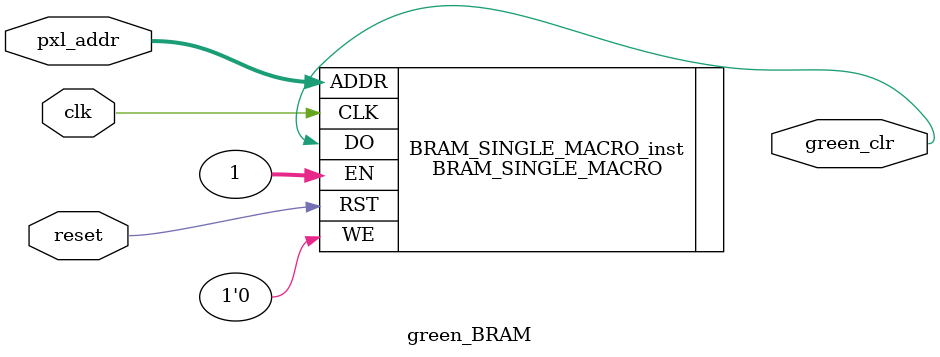
<source format=v>
module green_BRAM(clk, reset, pxl_addr, green_clr);
input clk, reset;
input [13:0] pxl_addr;
output green_clr;
// BRAM_SINGLE_MACRO : In order to incorporate this function into the design,
//   Verilog   : the following instance declaration needs to be placed
//  instance   : in the body of the design code.  The instance name
// declaration : (BRAM_SINGLE_MACRO_inst) and/or the port declarations within the
//    code     : parenthesis may be changed to properly reference and
//             : connect this function to the design.  All inputs
//             : and outputs must be connected.

//  <-----Cut code below this line---->

   // BRAM_SINGLE_MACRO: Single Port RAM
   //                    Artix-7
   // Xilinx HDL Language Template, version 2018.3

   /////////////////////////////////////////////////////////////////////
   //  READ_WIDTH | BRAM_SIZE | READ Depth  | ADDR Width |            //
   // WRITE_WIDTH |           | WRITE Depth |            |  WE Width  //
   // ============|===========|=============|============|============//
   //    37-72    |  "36Kb"   |      512    |    9-bit   |    8-bit   //
   //    19-36    |  "36Kb"   |     1024    |   10-bit   |    4-bit   //
   //    19-36    |  "18Kb"   |      512    |    9-bit   |    4-bit   //
   //    10-18    |  "36Kb"   |     2048    |   11-bit   |    2-bit   //
   //    10-18    |  "18Kb"   |     1024    |   10-bit   |    2-bit   //
   //     5-9     |  "36Kb"   |     4096    |   12-bit   |    1-bit   //
   //     5-9     |  "18Kb"   |     2048    |   11-bit   |    1-bit   //
   //     3-4     |  "36Kb"   |     8192    |   13-bit   |    1-bit   //
   //     3-4     |  "18Kb"   |     4096    |   12-bit   |    1-bit   //
   //       2     |  "36Kb"   |    16384    |   14-bit   |    1-bit   //
   //       2     |  "18Kb"   |     8192    |   13-bit   |    1-bit   //
   //       1     |  "36Kb"   |    32768    |   15-bit   |    1-bit   //
   //       1     |  "18Kb"   |    16384    |   14-bit   |    1-bit   //
   /////////////////////////////////////////////////////////////////////

   BRAM_SINGLE_MACRO #(
      .BRAM_SIZE("18Kb"), // Target BRAM, "18Kb" or "36Kb" 
      .DEVICE("7SERIES"), // Target Device: "7SERIES" 
      .DO_REG(0), // Optional output register (0 or 1)
      .INIT(36'h000000000), // Initial values on output port
      .INIT_FILE ("NONE"),
      .WRITE_WIDTH(1), // Valid values are 1-72 (37-72 only valid when BRAM_SIZE="36Kb")
      .READ_WIDTH(1),  // Valid values are 1-72 (37-72 only valid when BRAM_SIZE="36Kb")
      .SRVAL(36'h000000000), // Set/Reset value for port output
      .WRITE_MODE("WRITE_FIRST"), // "WRITE_FIRST", "READ_FIRST", or "NO_CHANGE" 
      //ex. memory location INIT_00 is for 256 to 0                                                   //lines katw <-- panw
      .INIT_00(256'h0000_0000_0000_0000_0000_0000_0000_0000_FFFF_FFFF_FFFF_FFFF_FFFF_FFFF_FFFF_FFFF),//red(1h)-white 
      .INIT_01(256'hFFFF_FFFF_FFFF_FFFF_FFFF_FFFF_FFFF_FFFF_FFFF_FFFF_FFFF_FFFF_FFFF_FFFF_FFFF_FFFF),//white-white
      .INIT_02(256'hFFFF_FFFF_FFFF_FFFF_FFFF_FFFF_FFFF_FFFF_0000_0000_0000_0000_0000_0000_0000_0000),//white-red(2h)
      .INIT_03(256'h0000_0000_0000_0000_0000_0000_0000_0000_FFFF_FFFF_FFFF_FFFF_FFFF_FFFF_FFFF_FFFF),//red(3h)-white
      .INIT_04(256'hFFFF_FFFF_FFFF_FFFF_FFFF_FFFF_FFFF_FFFF_FFFF_FFFF_FFFF_FFFF_FFFF_FFFF_FFFF_FFFF),//white-white
      .INIT_05(256'hFFFF_FFFF_FFFF_FFFF_FFFF_FFFF_FFFF_FFFF_0000_0000_0000_0000_0000_0000_0000_0000),//white-red(4h)
      .INIT_06(256'h0000_0000_0000_0000_0000_0000_0000_0000_FFFF_FFFF_FFFF_FFFF_FFFF_FFFF_FFFF_FFFF),//red(5h)-white
      .INIT_07(256'hFFFF_FFFF_FFFF_FFFF_FFFF_FFFF_FFFF_FFFF_FFFF_FFFF_FFFF_FFFF_FFFF_FFFF_FFFF_FFFF),//white-white
      .INIT_08(256'hFFFF_FFFF_FFFF_FFFF_FFFF_FFFF_FFFF_FFFF_0000_0000_0000_0000_0000_0000_0000_0000),//white-red(6h)
      .INIT_09(256'h0000_0000_0000_0000_0000_0000_0000_0000_FFFF_FFFF_FFFF_FFFF_FFFF_FFFF_FFFF_FFFF),//red(7h)-white
      .INIT_0A(256'hFFFF_FFFF_FFFF_FFFF_FFFF_FFFF_FFFF_FFFF_FFFF_FFFF_FFFF_FFFF_FFFF_FFFF_FFFF_FFFF),//white-white
      .INIT_0B(256'hFFFF_FFFF_FFFF_FFFF_FFFF_FFFF_FFFF_FFFF_0000_0000_0000_0000_0000_0000_0000_0000),//white-red(8h)
      .INIT_0C(256'hFFFF_FFFF_FFFF_FFFF_FFFF_FFFF_FFFF_FFFF_FFFF_FFFF_FFFF_FFFF_FFFF_FFFF_FFFF_FFFF),//green(1h)-white
      .INIT_0D(256'hFFFF_FFFF_FFFF_FFFF_FFFF_FFFF_FFFF_FFFF_FFFF_FFFF_FFFF_FFFF_FFFF_FFFF_FFFF_FFFF),//white-white
      .INIT_0E(256'hFFFF_FFFF_FFFF_FFFF_FFFF_FFFF_FFFF_FFFF_FFFF_FFFF_FFFF_FFFF_FFFF_FFFF_FFFF_FFFF),//white-green(2h)
      .INIT_0F(256'hFFFF_FFFF_FFFF_FFFF_FFFF_FFFF_FFFF_FFFF_FFFF_FFFF_FFFF_FFFF_FFFF_FFFF_FFFF_FFFF),//green(3h)-white
      .INIT_10(256'hFFFF_FFFF_FFFF_FFFF_FFFF_FFFF_FFFF_FFFF_FFFF_FFFF_FFFF_FFFF_FFFF_FFFF_FFFF_FFFF),//white-white
      .INIT_11(256'hFFFF_FFFF_FFFF_FFFF_FFFF_FFFF_FFFF_FFFF_FFFF_FFFF_FFFF_FFFF_FFFF_FFFF_FFFF_FFFF),//white-green(4h)
      .INIT_12(256'hFFFF_FFFF_FFFF_FFFF_FFFF_FFFF_FFFF_FFFF_FFFF_FFFF_FFFF_FFFF_FFFF_FFFF_FFFF_FFFF),//green(5h)-white
      .INIT_13(256'hFFFF_FFFF_FFFF_FFFF_FFFF_FFFF_FFFF_FFFF_FFFF_FFFF_FFFF_FFFF_FFFF_FFFF_FFFF_FFFF),//white-white
      .INIT_14(256'hFFFF_FFFF_FFFF_FFFF_FFFF_FFFF_FFFF_FFFF_FFFF_FFFF_FFFF_FFFF_FFFF_FFFF_FFFF_FFFF),//white-green(6h)
      .INIT_15(256'hFFFF_FFFF_FFFF_FFFF_FFFF_FFFF_FFFF_FFFF_FFFF_FFFF_FFFF_FFFF_FFFF_FFFF_FFFF_FFFF),//green(7h)-white
      .INIT_16(256'hFFFF_FFFF_FFFF_FFFF_FFFF_FFFF_FFFF_FFFF_FFFF_FFFF_FFFF_FFFF_FFFF_FFFF_FFFF_FFFF),//white-white
      .INIT_17(256'hFFFF_FFFF_FFFF_FFFF_FFFF_FFFF_FFFF_FFFF_FFFF_FFFF_FFFF_FFFF_FFFF_FFFF_FFFF_FFFF),//white-green(8h)
      .INIT_18(256'h0000_0000_0000_0000_0000_0000_0000_0000_FFFF_FFFF_FFFF_FFFF_FFFF_FFFF_FFFF_FFFF),//blue(1h)-white
      .INIT_19(256'hFFFF_FFFF_FFFF_FFFF_FFFF_FFFF_FFFF_FFFF_FFFF_FFFF_FFFF_FFFF_FFFF_FFFF_FFFF_FFFF),//white-white
      .INIT_1A(256'hFFFF_FFFF_FFFF_FFFF_FFFF_FFFF_FFFF_FFFF_0000_0000_0000_0000_0000_0000_0000_0000),//white-blue(2h)
      .INIT_1B(256'h0000_0000_0000_0000_0000_0000_0000_0000_FFFF_FFFF_FFFF_FFFF_FFFF_FFFF_FFFF_FFFF),//blue(3h)-white
      .INIT_1C(256'hFFFF_FFFF_FFFF_FFFF_FFFF_FFFF_FFFF_FFFF_FFFF_FFFF_FFFF_FFFF_FFFF_FFFF_FFFF_FFFF),//white-white
      .INIT_1D(256'hFFFF_FFFF_FFFF_FFFF_FFFF_FFFF_FFFF_FFFF_0000_0000_0000_0000_0000_0000_0000_0000),//white-blue(4h)
      .INIT_1E(256'h0000_0000_0000_0000_0000_0000_0000_0000_FFFF_FFFF_FFFF_FFFF_FFFF_FFFF_FFFF_FFFF),//blue(5h)-white
      .INIT_1F(256'hFFFF_FFFF_FFFF_FFFF_FFFF_FFFF_FFFF_FFFF_FFFF_FFFF_FFFF_FFFF_FFFF_FFFF_FFFF_FFFF),//white-white
      .INIT_20(256'hFFFF_FFFF_FFFF_FFFF_FFFF_FFFF_FFFF_FFFF_0000_0000_0000_0000_0000_0000_0000_0000),//white-blue(6h)
      .INIT_21(256'h0000_0000_0000_0000_0000_0000_0000_0000_FFFF_FFFF_FFFF_FFFF_FFFF_FFFF_FFFF_FFFF),//blue(7h)-white
      .INIT_22(256'hFFFF_FFFF_FFFF_FFFF_FFFF_FFFF_FFFF_FFFF_FFFF_FFFF_FFFF_FFFF_FFFF_FFFF_FFFF_FFFF),//white-white
      .INIT_23(256'hFFFF_FFFF_FFFF_FFFF_FFFF_FFFF_FFFF_FFFF_0000_0000_0000_0000_0000_0000_0000_0000),//white-blue(8h)
      .INIT_24(256'hF0F0_0000_F0F0_0000_F0F0_0000_F0F0_0000_FFFF_FFFF_FFFF_FFFF_FFFF_FFFF_FFFF_FFFF),//black(1h)-white
      .INIT_25(256'hF0F0_FFFF_F0F0_FFFF_F0F0_FFFF_F0F0_FFFF_F0F0_FFFF_F0F0_FFFF_F0F0_FFFF_F0F0_FFFF),//white-white
      .INIT_26(256'hF0F0_FFFF_F0F0_FFFF_F0F0_FFFF_F0F0_FFFF_F0F0_0000_F0F0_0000_F0F0_0000_F0F0_0000),//white-black(2h)
      .INIT_27(256'hF0F0_0000_F0F0_0000_F0F0_0000_F0F0_0000_F0F0_FFFF_F0F0_FFFF_F0F0_FFFF_F0F0_FFFF),//black(3h)-white
      .INIT_28(256'hF0F0_FFFF_F0F0_FFFF_F0F0_FFFF_F0F0_FFFF_F0F0_FFFF_F0F0_FFFF_F0F0_FFFF_F0F0_FFFF),//white-white
      .INIT_29(256'hF0F0_FFFF_F0F0_FFFF_F0F0_FFFF_F0F0_FFFF_F0F0_0000_F0F0_0000_F0F0_0000_F0F0_0000),//white-black(4h)
      .INIT_2A(256'hF0F0_0000_F0F0_0000_F0F0_0000_F0F0_0000_F0F0_FFFF_F0F0_FFFF_F0F0_FFFF_F0F0_FFFF),//black(5h)-white
      .INIT_2B(256'hF0F0_FFFF_F0F0_FFFF_F0F0_FFFF_F0F0_FFFF_F0F0_FFFF_F0F0_FFFF_F0F0_FFFF_F0F0_FFFF),//white-white
      .INIT_2C(256'hF0F0_FFFF_F0F0_FFFF_F0F0_FFFF_F0F0_FFFF_F0F0_0000_F0F0_0000_F0F0_0000_F0F0_0000),//white-black(6h)
      .INIT_2D(256'hF0F0_0000_F0F0_0000_F0F0_0000_F0F0_0000_F0F0_FFFF_F0F0_FFFF_F0F0_FFFF_F0F0_FFFF),//black(7h)-white
      .INIT_2E(256'hF0F0_FFFF_F0F0_FFFF_F0F0_FFFF_F0F0_FFFF_F0F0_FFFF_F0F0_FFFF_F0F0_FFFF_F0F0_FFFF),//white-white
      .INIT_2F(256'hF0F0_FFFF_F0F0_FFFF_F0F0_FFFF_F0F0_FFFF_F0F0_0000_F0F0_0000_F0F0_0000_F0F0_0000)//white-black(8h)
      
   ) BRAM_SINGLE_MACRO_inst (
      .DO(green_clr),       // Output data, width defined by READ_WIDTH parameter
      .ADDR(pxl_addr),   // Input address, width defined by read/write port depth
      .CLK(clk),     // 1-bit input clock
      //.DI(DI),       // Input data port, width defined by WRITE_WIDTH parameter
      .EN(1),       // 1-bit input RAM enable
      //.REGCE(REGCE), // 1-bit input output register enable
      .RST(reset),     // 1-bit input reset
      .WE(1'b0)        // Input write enable, width defined by write port depth
   );

   // End of BRAM_SINGLE_MACRO_inst instantiation
endmodule	
</source>
